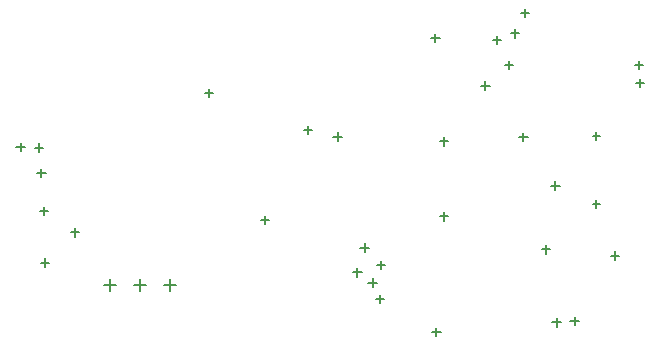
<source format=gbr>
G04*
G04 #@! TF.GenerationSoftware,Altium Limited,Altium Designer,25.8.1 (18)*
G04*
G04 Layer_Color=128*
%FSLAX44Y44*%
%MOMM*%
G71*
G04*
G04 #@! TF.SameCoordinates,1DE417C5-642A-4503-87AC-C91C357E1F8F*
G04*
G04*
G04 #@! TF.FilePolarity,Positive*
G04*
G01*
G75*
%ADD12C,0.1270*%
D12*
X228869Y33110D02*
X235369D01*
X232119Y29860D02*
Y36360D01*
X228869Y-24690D02*
X235369D01*
X232119Y-27940D02*
Y-21440D01*
X-134278Y-93003D02*
X-124079D01*
X-129178Y-98103D02*
Y-87903D01*
X-159678Y-93003D02*
X-149479D01*
X-154579Y-98103D02*
Y-87903D01*
X-185079Y-93003D02*
X-174879D01*
X-179979Y-98103D02*
Y-87903D01*
X-241297Y1501D02*
X-234185D01*
X-237741Y-2055D02*
Y5057D01*
X-243497Y22954D02*
X-236385D01*
X-239941Y19398D02*
Y26510D01*
X-258900Y23504D02*
X-251788D01*
X-255344Y19948D02*
Y27060D01*
X-239371Y-30404D02*
X-232260D01*
X-235816Y-33960D02*
Y-26848D01*
X166769Y31926D02*
X173881D01*
X170325Y28370D02*
Y35482D01*
X32258Y-61723D02*
X39370D01*
X35814Y-65279D02*
Y-58167D01*
X38971Y-91189D02*
X46083D01*
X42527Y-94745D02*
Y-87633D01*
X45392Y-105401D02*
X52503D01*
X48948Y-108957D02*
Y-101845D01*
X46122Y-76612D02*
X53234D01*
X49678Y-80168D02*
Y-73056D01*
X26160Y-82655D02*
X33272D01*
X29716Y-86211D02*
Y-79099D01*
X93110Y-132951D02*
X100222D01*
X96666Y-136507D02*
Y-129395D01*
X194864Y-125050D02*
X201976D01*
X198420Y-128606D02*
Y-121494D01*
X210053Y-123810D02*
X217165D01*
X213609Y-127366D02*
Y-120254D01*
X185844Y-63134D02*
X192956D01*
X189400Y-66691D02*
Y-59578D01*
X244429Y-68360D02*
X251541D01*
X247985Y-71916D02*
Y-64804D01*
X265332Y77688D02*
X272444D01*
X268888Y74132D02*
Y81244D01*
X264527Y92796D02*
X271639D01*
X268083Y89240D02*
Y96352D01*
X-99324Y69043D02*
X-92212D01*
X-95768Y65487D02*
Y72599D01*
X-51816Y-38101D02*
X-44704D01*
X-48260Y-41657D02*
Y-34545D01*
X154432Y92709D02*
X161544D01*
X157988Y89153D02*
Y96265D01*
X159512Y119633D02*
X166624D01*
X163068Y116077D02*
Y123189D01*
X144272Y114045D02*
X151384D01*
X147828Y110489D02*
Y117601D01*
X99600Y-35243D02*
X106712D01*
X103156Y-38799D02*
Y-31687D01*
X92202Y115569D02*
X99314D01*
X95758Y112013D02*
Y119125D01*
X99568Y28193D02*
X106680D01*
X103124Y24637D02*
Y31749D01*
X134620Y75437D02*
X141732D01*
X138176Y71881D02*
Y78993D01*
X9398Y32257D02*
X16510D01*
X12954Y28701D02*
Y35813D01*
X-15494Y37899D02*
X-8382D01*
X-11938Y34343D02*
Y41455D01*
X193802Y-9145D02*
X200914D01*
X197358Y-12701D02*
Y-5589D01*
X168148Y136905D02*
X175260D01*
X171704Y133349D02*
Y140461D01*
X-212852Y-48769D02*
X-205740D01*
X-209296Y-52325D02*
Y-45213D01*
X-238506Y-74423D02*
X-231394D01*
X-234950Y-77979D02*
Y-70867D01*
M02*

</source>
